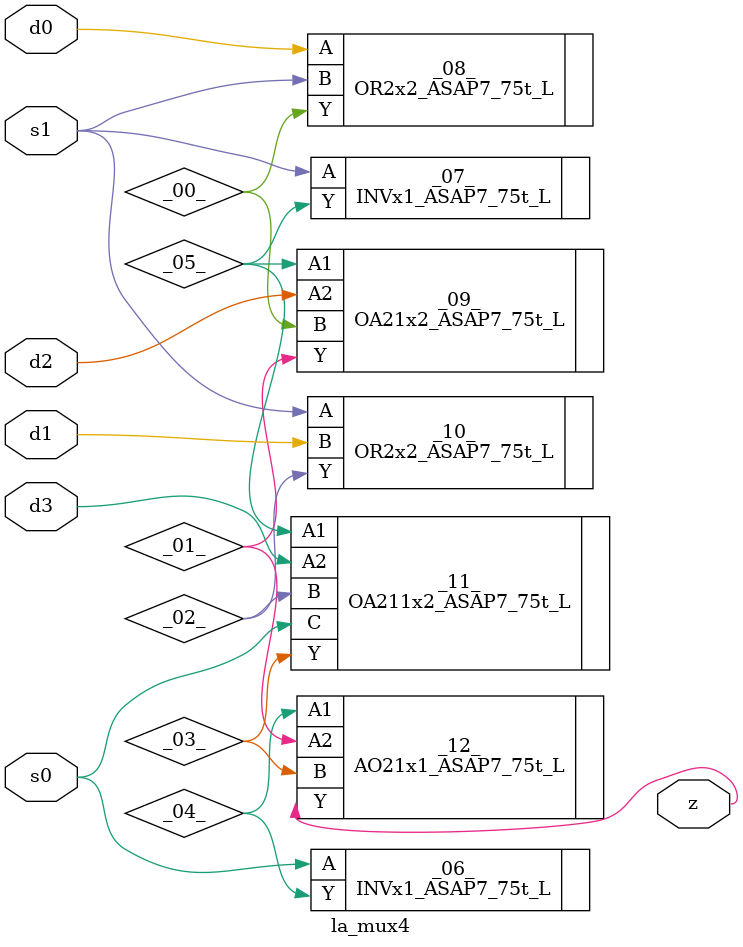
<source format=v>

/* Generated by Yosys 0.44 (git sha1 80ba43d26, g++ 11.4.0-1ubuntu1~22.04 -fPIC -O3) */

(* top =  1  *)
(* src = "generated" *)
module la_mux4 (
    d0,
    d1,
    d2,
    d3,
    s0,
    s1,
    z
);
  wire _00_;
  wire _01_;
  wire _02_;
  wire _03_;
  wire _04_;
  wire _05_;
  (* src = "generated" *)
  input d0;
  wire d0;
  (* src = "generated" *)
  input d1;
  wire d1;
  (* src = "generated" *)
  input d2;
  wire d2;
  (* src = "generated" *)
  input d3;
  wire d3;
  (* src = "generated" *)
  input s0;
  wire s0;
  (* src = "generated" *)
  input s1;
  wire s1;
  (* src = "generated" *)
  output z;
  wire z;
  INVx1_ASAP7_75t_L _06_ (
      .A(s0),
      .Y(_04_)
  );
  INVx1_ASAP7_75t_L _07_ (
      .A(s1),
      .Y(_05_)
  );
  OR2x2_ASAP7_75t_L _08_ (
      .A(d0),
      .B(s1),
      .Y(_00_)
  );
  OA21x2_ASAP7_75t_L _09_ (
      .A1(_05_),
      .A2(d2),
      .B (_00_),
      .Y (_01_)
  );
  OR2x2_ASAP7_75t_L _10_ (
      .A(s1),
      .B(d1),
      .Y(_02_)
  );
  OA211x2_ASAP7_75t_L _11_ (
      .A1(_05_),
      .A2(d3),
      .B (_02_),
      .C (s0),
      .Y (_03_)
  );
  AO21x1_ASAP7_75t_L _12_ (
      .A1(_04_),
      .A2(_01_),
      .B (_03_),
      .Y (z)
  );
endmodule

</source>
